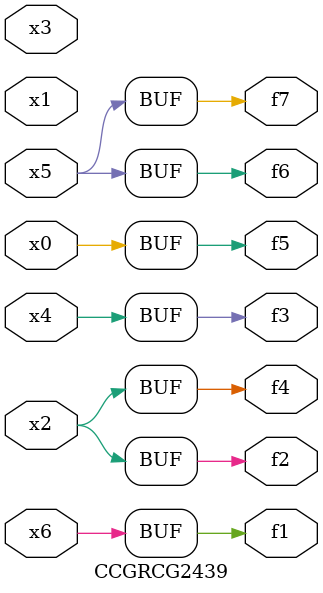
<source format=v>
module CCGRCG2439(
	input x0, x1, x2, x3, x4, x5, x6,
	output f1, f2, f3, f4, f5, f6, f7
);
	assign f1 = x6;
	assign f2 = x2;
	assign f3 = x4;
	assign f4 = x2;
	assign f5 = x0;
	assign f6 = x5;
	assign f7 = x5;
endmodule

</source>
